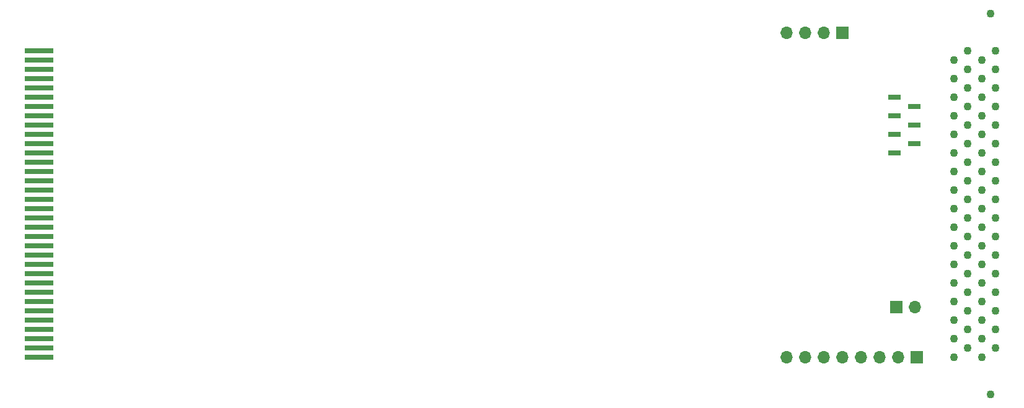
<source format=gbr>
%TF.GenerationSoftware,KiCad,Pcbnew,(5.1.10)-1*%
%TF.CreationDate,2021-12-05T17:06:37+00:00*%
%TF.ProjectId,devboard,64657662-6f61-4726-942e-6b696361645f,rev?*%
%TF.SameCoordinates,Original*%
%TF.FileFunction,Soldermask,Top*%
%TF.FilePolarity,Negative*%
%FSLAX46Y46*%
G04 Gerber Fmt 4.6, Leading zero omitted, Abs format (unit mm)*
G04 Created by KiCad (PCBNEW (5.1.10)-1) date 2021-12-05 17:06:37*
%MOMM*%
%LPD*%
G01*
G04 APERTURE LIST*
%ADD10C,1.100000*%
%ADD11R,1.800000X0.650000*%
%ADD12O,1.700000X1.700000*%
%ADD13R,1.700000X1.700000*%
%ADD14R,4.000000X0.800000*%
G04 APERTURE END LIST*
D10*
%TO.C,J2*%
X209231000Y-109347000D03*
X209231000Y-57277000D03*
X209931000Y-62357000D03*
X208026000Y-63627000D03*
X209931000Y-64897000D03*
X208026000Y-66167000D03*
X209931000Y-67437000D03*
X208026000Y-68707000D03*
X209931000Y-69977000D03*
X208026000Y-71247000D03*
X209931000Y-72517000D03*
X208026000Y-73787000D03*
X209931000Y-75057000D03*
X208026000Y-76327000D03*
X209931000Y-77597000D03*
X208026000Y-78867000D03*
X209931000Y-80137000D03*
X208026000Y-81407000D03*
X209931000Y-82677000D03*
X208026000Y-83947000D03*
X209931000Y-85217000D03*
X208026000Y-86487000D03*
X209931000Y-87757000D03*
X208026000Y-89027000D03*
X209931000Y-90297000D03*
X208026000Y-91567000D03*
X209931000Y-92837000D03*
X208026000Y-94107000D03*
X209931000Y-95377000D03*
X208026000Y-96647000D03*
X209931000Y-97917000D03*
X208026000Y-99187000D03*
X209931000Y-100457000D03*
X208026000Y-101727000D03*
X209931000Y-102997000D03*
X208026000Y-104267000D03*
X206122000Y-62357000D03*
X204216000Y-63627000D03*
X206122000Y-64897000D03*
X204216000Y-66167000D03*
X206122000Y-67437000D03*
X204216000Y-68707000D03*
X206122000Y-69977000D03*
X204216000Y-71247000D03*
X206122000Y-72517000D03*
X204216000Y-73787000D03*
X206122000Y-75057000D03*
X204216000Y-76327000D03*
X206122000Y-77597000D03*
X204216000Y-78867000D03*
X206122000Y-80137000D03*
X204216000Y-81407000D03*
X206122000Y-82677000D03*
X204216000Y-83947000D03*
X206122000Y-85217000D03*
X204216000Y-86487000D03*
X206122000Y-87757000D03*
X204216000Y-89027000D03*
X206122000Y-90297000D03*
X204216000Y-91567000D03*
X206122000Y-92837000D03*
X204216000Y-94107000D03*
X206122000Y-95377000D03*
X204216000Y-96647000D03*
X206122000Y-97917000D03*
X204216000Y-99187000D03*
X206122000Y-100457000D03*
X204216000Y-101727000D03*
X206122000Y-102997000D03*
X204216000Y-104267000D03*
%TD*%
D11*
%TO.C,J4*%
X198835000Y-75057000D03*
X198835000Y-72517000D03*
X198835000Y-69977000D03*
X196135000Y-76327000D03*
X196135000Y-73787000D03*
X196135000Y-71247000D03*
X196135000Y-68707000D03*
%TD*%
D12*
%TO.C,J7*%
X181356000Y-59944000D03*
X183896000Y-59944000D03*
X186436000Y-59944000D03*
D13*
X188976000Y-59944000D03*
%TD*%
D12*
%TO.C,J6*%
X198882000Y-97409000D03*
D13*
X196342000Y-97409000D03*
%TD*%
D12*
%TO.C,J3*%
X181356000Y-104267000D03*
X183896000Y-104267000D03*
X186436000Y-104267000D03*
X188976000Y-104267000D03*
X191516000Y-104267000D03*
X194056000Y-104267000D03*
X196596000Y-104267000D03*
D13*
X199136000Y-104267000D03*
%TD*%
D14*
%TO.C,J1*%
X79280000Y-104262000D03*
X79280000Y-102992000D03*
X79280000Y-101722000D03*
X79280000Y-100452000D03*
X79280000Y-99182000D03*
X79280000Y-97912000D03*
X79280000Y-96642000D03*
X79280000Y-95372000D03*
X79280000Y-94102000D03*
X79280000Y-92832000D03*
X79280000Y-91562000D03*
X79280000Y-90292000D03*
X79280000Y-89022000D03*
X79280000Y-87752000D03*
X79280000Y-86482000D03*
X79280000Y-85212000D03*
X79280000Y-83942000D03*
X79280000Y-82672000D03*
X79280000Y-81402000D03*
X79280000Y-80132000D03*
X79280000Y-78862000D03*
X79280000Y-77592000D03*
X79280000Y-76322000D03*
X79280000Y-75052000D03*
X79280000Y-73782000D03*
X79280000Y-72512000D03*
X79280000Y-71242000D03*
X79280000Y-69972000D03*
X79280000Y-68702000D03*
X79280000Y-67432000D03*
X79280000Y-66162000D03*
X79280000Y-64892000D03*
X79280000Y-63622000D03*
X79280000Y-62352000D03*
%TD*%
M02*

</source>
